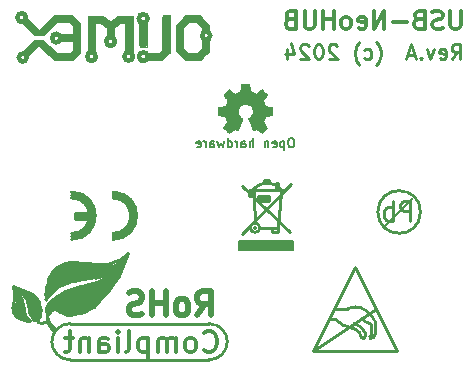
<source format=gbr>
%TF.GenerationSoftware,KiCad,Pcbnew,7.0.9-7.0.9~ubuntu22.04.1*%
%TF.CreationDate,2024-01-26T14:57:20+02:00*%
%TF.ProjectId,USB-NeoHUB_Rev_A,5553422d-4e65-46f4-9855-425f5265765f,A*%
%TF.SameCoordinates,PX5cfbb60PY69925e0*%
%TF.FileFunction,Legend,Bot*%
%TF.FilePolarity,Positive*%
%FSLAX46Y46*%
G04 Gerber Fmt 4.6, Leading zero omitted, Abs format (unit mm)*
G04 Created by KiCad (PCBNEW 7.0.9-7.0.9~ubuntu22.04.1) date 2024-01-26 14:57:20*
%MOMM*%
%LPD*%
G01*
G04 APERTURE LIST*
%ADD10C,0.254000*%
%ADD11C,0.317500*%
%ADD12C,0.350000*%
%ADD13C,0.500000*%
%ADD14C,0.190500*%
%ADD15C,0.508000*%
%ADD16C,0.150000*%
%ADD17C,0.127000*%
%ADD18C,0.010000*%
%ADD19C,0.700000*%
%ADD20C,0.100000*%
%ADD21C,0.400000*%
%ADD22C,0.300000*%
%ADD23C,0.200000*%
G04 APERTURE END LIST*
D10*
X34255656Y26310823D02*
X34316133Y26371299D01*
X34316133Y26371299D02*
X34437085Y26552728D01*
X34437085Y26552728D02*
X34497561Y26673680D01*
X34497561Y26673680D02*
X34558037Y26855108D01*
X34558037Y26855108D02*
X34618514Y27157489D01*
X34618514Y27157489D02*
X34618514Y27399394D01*
X34618514Y27399394D02*
X34558037Y27701775D01*
X34558037Y27701775D02*
X34497561Y27883204D01*
X34497561Y27883204D02*
X34437085Y28004156D01*
X34437085Y28004156D02*
X34316133Y28185585D01*
X34316133Y28185585D02*
X34255656Y28246061D01*
X33227561Y26855108D02*
X33348513Y26794632D01*
X33348513Y26794632D02*
X33590418Y26794632D01*
X33590418Y26794632D02*
X33711370Y26855108D01*
X33711370Y26855108D02*
X33771847Y26915585D01*
X33771847Y26915585D02*
X33832323Y27036537D01*
X33832323Y27036537D02*
X33832323Y27399394D01*
X33832323Y27399394D02*
X33771847Y27520347D01*
X33771847Y27520347D02*
X33711370Y27580823D01*
X33711370Y27580823D02*
X33590418Y27641299D01*
X33590418Y27641299D02*
X33348513Y27641299D01*
X33348513Y27641299D02*
X33227561Y27580823D01*
X32804228Y26310823D02*
X32743752Y26371299D01*
X32743752Y26371299D02*
X32622799Y26552728D01*
X32622799Y26552728D02*
X32562323Y26673680D01*
X32562323Y26673680D02*
X32501847Y26855108D01*
X32501847Y26855108D02*
X32441371Y27157489D01*
X32441371Y27157489D02*
X32441371Y27399394D01*
X32441371Y27399394D02*
X32501847Y27701775D01*
X32501847Y27701775D02*
X32562323Y27883204D01*
X32562323Y27883204D02*
X32622799Y28004156D01*
X32622799Y28004156D02*
X32743752Y28185585D01*
X32743752Y28185585D02*
X32804228Y28246061D01*
X30929466Y27943680D02*
X30868990Y28004156D01*
X30868990Y28004156D02*
X30748037Y28064632D01*
X30748037Y28064632D02*
X30445656Y28064632D01*
X30445656Y28064632D02*
X30324704Y28004156D01*
X30324704Y28004156D02*
X30264228Y27943680D01*
X30264228Y27943680D02*
X30203751Y27822728D01*
X30203751Y27822728D02*
X30203751Y27701775D01*
X30203751Y27701775D02*
X30264228Y27520347D01*
X30264228Y27520347D02*
X30989942Y26794632D01*
X30989942Y26794632D02*
X30203751Y26794632D01*
X29417561Y28064632D02*
X29296608Y28064632D01*
X29296608Y28064632D02*
X29175656Y28004156D01*
X29175656Y28004156D02*
X29115180Y27943680D01*
X29115180Y27943680D02*
X29054704Y27822728D01*
X29054704Y27822728D02*
X28994227Y27580823D01*
X28994227Y27580823D02*
X28994227Y27278442D01*
X28994227Y27278442D02*
X29054704Y27036537D01*
X29054704Y27036537D02*
X29115180Y26915585D01*
X29115180Y26915585D02*
X29175656Y26855108D01*
X29175656Y26855108D02*
X29296608Y26794632D01*
X29296608Y26794632D02*
X29417561Y26794632D01*
X29417561Y26794632D02*
X29538513Y26855108D01*
X29538513Y26855108D02*
X29598989Y26915585D01*
X29598989Y26915585D02*
X29659466Y27036537D01*
X29659466Y27036537D02*
X29719942Y27278442D01*
X29719942Y27278442D02*
X29719942Y27580823D01*
X29719942Y27580823D02*
X29659466Y27822728D01*
X29659466Y27822728D02*
X29598989Y27943680D01*
X29598989Y27943680D02*
X29538513Y28004156D01*
X29538513Y28004156D02*
X29417561Y28064632D01*
X28510418Y27943680D02*
X28449942Y28004156D01*
X28449942Y28004156D02*
X28328989Y28064632D01*
X28328989Y28064632D02*
X28026608Y28064632D01*
X28026608Y28064632D02*
X27905656Y28004156D01*
X27905656Y28004156D02*
X27845180Y27943680D01*
X27845180Y27943680D02*
X27784703Y27822728D01*
X27784703Y27822728D02*
X27784703Y27701775D01*
X27784703Y27701775D02*
X27845180Y27520347D01*
X27845180Y27520347D02*
X28570894Y26794632D01*
X28570894Y26794632D02*
X27784703Y26794632D01*
X26696132Y27641299D02*
X26696132Y26794632D01*
X26998513Y28125108D02*
X27300894Y27217966D01*
X27300894Y27217966D02*
X26514703Y27217966D01*
X40623799Y26794632D02*
X41047133Y27399394D01*
X41349514Y26794632D02*
X41349514Y28064632D01*
X41349514Y28064632D02*
X40865704Y28064632D01*
X40865704Y28064632D02*
X40744752Y28004156D01*
X40744752Y28004156D02*
X40684275Y27943680D01*
X40684275Y27943680D02*
X40623799Y27822728D01*
X40623799Y27822728D02*
X40623799Y27641299D01*
X40623799Y27641299D02*
X40684275Y27520347D01*
X40684275Y27520347D02*
X40744752Y27459870D01*
X40744752Y27459870D02*
X40865704Y27399394D01*
X40865704Y27399394D02*
X41349514Y27399394D01*
X39595704Y26855108D02*
X39716656Y26794632D01*
X39716656Y26794632D02*
X39958561Y26794632D01*
X39958561Y26794632D02*
X40079514Y26855108D01*
X40079514Y26855108D02*
X40139990Y26976061D01*
X40139990Y26976061D02*
X40139990Y27459870D01*
X40139990Y27459870D02*
X40079514Y27580823D01*
X40079514Y27580823D02*
X39958561Y27641299D01*
X39958561Y27641299D02*
X39716656Y27641299D01*
X39716656Y27641299D02*
X39595704Y27580823D01*
X39595704Y27580823D02*
X39535228Y27459870D01*
X39535228Y27459870D02*
X39535228Y27338918D01*
X39535228Y27338918D02*
X40139990Y27217966D01*
X39111895Y27641299D02*
X38809514Y26794632D01*
X38809514Y26794632D02*
X38507133Y27641299D01*
X38023324Y26915585D02*
X37962847Y26855108D01*
X37962847Y26855108D02*
X38023324Y26794632D01*
X38023324Y26794632D02*
X38083800Y26855108D01*
X38083800Y26855108D02*
X38023324Y26915585D01*
X38023324Y26915585D02*
X38023324Y26794632D01*
X37479038Y27157489D02*
X36874276Y27157489D01*
X37599990Y26794632D02*
X37176657Y28064632D01*
X37176657Y28064632D02*
X36753323Y26794632D01*
D11*
X41374261Y30893019D02*
X41374261Y29659305D01*
X41374261Y29659305D02*
X41301690Y29514162D01*
X41301690Y29514162D02*
X41229119Y29441590D01*
X41229119Y29441590D02*
X41083976Y29369019D01*
X41083976Y29369019D02*
X40793690Y29369019D01*
X40793690Y29369019D02*
X40648547Y29441590D01*
X40648547Y29441590D02*
X40575976Y29514162D01*
X40575976Y29514162D02*
X40503404Y29659305D01*
X40503404Y29659305D02*
X40503404Y30893019D01*
X39850262Y29441590D02*
X39632548Y29369019D01*
X39632548Y29369019D02*
X39269690Y29369019D01*
X39269690Y29369019D02*
X39124548Y29441590D01*
X39124548Y29441590D02*
X39051976Y29514162D01*
X39051976Y29514162D02*
X38979405Y29659305D01*
X38979405Y29659305D02*
X38979405Y29804448D01*
X38979405Y29804448D02*
X39051976Y29949590D01*
X39051976Y29949590D02*
X39124548Y30022162D01*
X39124548Y30022162D02*
X39269690Y30094733D01*
X39269690Y30094733D02*
X39559976Y30167305D01*
X39559976Y30167305D02*
X39705119Y30239876D01*
X39705119Y30239876D02*
X39777690Y30312448D01*
X39777690Y30312448D02*
X39850262Y30457590D01*
X39850262Y30457590D02*
X39850262Y30602733D01*
X39850262Y30602733D02*
X39777690Y30747876D01*
X39777690Y30747876D02*
X39705119Y30820448D01*
X39705119Y30820448D02*
X39559976Y30893019D01*
X39559976Y30893019D02*
X39197119Y30893019D01*
X39197119Y30893019D02*
X38979405Y30820448D01*
X37818261Y30167305D02*
X37600547Y30094733D01*
X37600547Y30094733D02*
X37527976Y30022162D01*
X37527976Y30022162D02*
X37455404Y29877019D01*
X37455404Y29877019D02*
X37455404Y29659305D01*
X37455404Y29659305D02*
X37527976Y29514162D01*
X37527976Y29514162D02*
X37600547Y29441590D01*
X37600547Y29441590D02*
X37745690Y29369019D01*
X37745690Y29369019D02*
X38326261Y29369019D01*
X38326261Y29369019D02*
X38326261Y30893019D01*
X38326261Y30893019D02*
X37818261Y30893019D01*
X37818261Y30893019D02*
X37673119Y30820448D01*
X37673119Y30820448D02*
X37600547Y30747876D01*
X37600547Y30747876D02*
X37527976Y30602733D01*
X37527976Y30602733D02*
X37527976Y30457590D01*
X37527976Y30457590D02*
X37600547Y30312448D01*
X37600547Y30312448D02*
X37673119Y30239876D01*
X37673119Y30239876D02*
X37818261Y30167305D01*
X37818261Y30167305D02*
X38326261Y30167305D01*
X36802261Y29949590D02*
X35641119Y29949590D01*
X34915404Y29369019D02*
X34915404Y30893019D01*
X34915404Y30893019D02*
X34044547Y29369019D01*
X34044547Y29369019D02*
X34044547Y30893019D01*
X32738262Y29441590D02*
X32883405Y29369019D01*
X32883405Y29369019D02*
X33173691Y29369019D01*
X33173691Y29369019D02*
X33318833Y29441590D01*
X33318833Y29441590D02*
X33391405Y29586733D01*
X33391405Y29586733D02*
X33391405Y30167305D01*
X33391405Y30167305D02*
X33318833Y30312448D01*
X33318833Y30312448D02*
X33173691Y30385019D01*
X33173691Y30385019D02*
X32883405Y30385019D01*
X32883405Y30385019D02*
X32738262Y30312448D01*
X32738262Y30312448D02*
X32665691Y30167305D01*
X32665691Y30167305D02*
X32665691Y30022162D01*
X32665691Y30022162D02*
X33391405Y29877019D01*
X31794833Y29369019D02*
X31939976Y29441590D01*
X31939976Y29441590D02*
X32012547Y29514162D01*
X32012547Y29514162D02*
X32085119Y29659305D01*
X32085119Y29659305D02*
X32085119Y30094733D01*
X32085119Y30094733D02*
X32012547Y30239876D01*
X32012547Y30239876D02*
X31939976Y30312448D01*
X31939976Y30312448D02*
X31794833Y30385019D01*
X31794833Y30385019D02*
X31577119Y30385019D01*
X31577119Y30385019D02*
X31431976Y30312448D01*
X31431976Y30312448D02*
X31359405Y30239876D01*
X31359405Y30239876D02*
X31286833Y30094733D01*
X31286833Y30094733D02*
X31286833Y29659305D01*
X31286833Y29659305D02*
X31359405Y29514162D01*
X31359405Y29514162D02*
X31431976Y29441590D01*
X31431976Y29441590D02*
X31577119Y29369019D01*
X31577119Y29369019D02*
X31794833Y29369019D01*
X30633690Y29369019D02*
X30633690Y30893019D01*
X30633690Y30167305D02*
X29762833Y30167305D01*
X29762833Y29369019D02*
X29762833Y30893019D01*
X29037119Y30893019D02*
X29037119Y29659305D01*
X29037119Y29659305D02*
X28964548Y29514162D01*
X28964548Y29514162D02*
X28891977Y29441590D01*
X28891977Y29441590D02*
X28746834Y29369019D01*
X28746834Y29369019D02*
X28456548Y29369019D01*
X28456548Y29369019D02*
X28311405Y29441590D01*
X28311405Y29441590D02*
X28238834Y29514162D01*
X28238834Y29514162D02*
X28166262Y29659305D01*
X28166262Y29659305D02*
X28166262Y30893019D01*
X26932548Y30167305D02*
X26714834Y30094733D01*
X26714834Y30094733D02*
X26642263Y30022162D01*
X26642263Y30022162D02*
X26569691Y29877019D01*
X26569691Y29877019D02*
X26569691Y29659305D01*
X26569691Y29659305D02*
X26642263Y29514162D01*
X26642263Y29514162D02*
X26714834Y29441590D01*
X26714834Y29441590D02*
X26859977Y29369019D01*
X26859977Y29369019D02*
X27440548Y29369019D01*
X27440548Y29369019D02*
X27440548Y30893019D01*
X27440548Y30893019D02*
X26932548Y30893019D01*
X26932548Y30893019D02*
X26787406Y30820448D01*
X26787406Y30820448D02*
X26714834Y30747876D01*
X26714834Y30747876D02*
X26642263Y30602733D01*
X26642263Y30602733D02*
X26642263Y30457590D01*
X26642263Y30457590D02*
X26714834Y30312448D01*
X26714834Y30312448D02*
X26787406Y30239876D01*
X26787406Y30239876D02*
X26932548Y30167305D01*
X26932548Y30167305D02*
X27440548Y30167305D01*
D12*
X19659193Y2191196D02*
X19743860Y2106529D01*
X19743860Y2106529D02*
X19997860Y2021863D01*
X19997860Y2021863D02*
X20167193Y2021863D01*
X20167193Y2021863D02*
X20421193Y2106529D01*
X20421193Y2106529D02*
X20590527Y2275863D01*
X20590527Y2275863D02*
X20675193Y2445196D01*
X20675193Y2445196D02*
X20759860Y2783863D01*
X20759860Y2783863D02*
X20759860Y3037863D01*
X20759860Y3037863D02*
X20675193Y3376529D01*
X20675193Y3376529D02*
X20590527Y3545863D01*
X20590527Y3545863D02*
X20421193Y3715196D01*
X20421193Y3715196D02*
X20167193Y3799863D01*
X20167193Y3799863D02*
X19997860Y3799863D01*
X19997860Y3799863D02*
X19743860Y3715196D01*
X19743860Y3715196D02*
X19659193Y3630529D01*
X18643193Y2021863D02*
X18812527Y2106529D01*
X18812527Y2106529D02*
X18897193Y2191196D01*
X18897193Y2191196D02*
X18981860Y2360529D01*
X18981860Y2360529D02*
X18981860Y2868529D01*
X18981860Y2868529D02*
X18897193Y3037863D01*
X18897193Y3037863D02*
X18812527Y3122529D01*
X18812527Y3122529D02*
X18643193Y3207196D01*
X18643193Y3207196D02*
X18389193Y3207196D01*
X18389193Y3207196D02*
X18219860Y3122529D01*
X18219860Y3122529D02*
X18135193Y3037863D01*
X18135193Y3037863D02*
X18050527Y2868529D01*
X18050527Y2868529D02*
X18050527Y2360529D01*
X18050527Y2360529D02*
X18135193Y2191196D01*
X18135193Y2191196D02*
X18219860Y2106529D01*
X18219860Y2106529D02*
X18389193Y2021863D01*
X18389193Y2021863D02*
X18643193Y2021863D01*
X17288526Y2021863D02*
X17288526Y3207196D01*
X17288526Y3037863D02*
X17203860Y3122529D01*
X17203860Y3122529D02*
X17034526Y3207196D01*
X17034526Y3207196D02*
X16780526Y3207196D01*
X16780526Y3207196D02*
X16611193Y3122529D01*
X16611193Y3122529D02*
X16526526Y2953196D01*
X16526526Y2953196D02*
X16526526Y2021863D01*
X16526526Y2953196D02*
X16441860Y3122529D01*
X16441860Y3122529D02*
X16272526Y3207196D01*
X16272526Y3207196D02*
X16018526Y3207196D01*
X16018526Y3207196D02*
X15849193Y3122529D01*
X15849193Y3122529D02*
X15764526Y2953196D01*
X15764526Y2953196D02*
X15764526Y2021863D01*
X14917859Y3207196D02*
X14917859Y1429196D01*
X14917859Y3122529D02*
X14748526Y3207196D01*
X14748526Y3207196D02*
X14409859Y3207196D01*
X14409859Y3207196D02*
X14240526Y3122529D01*
X14240526Y3122529D02*
X14155859Y3037863D01*
X14155859Y3037863D02*
X14071193Y2868529D01*
X14071193Y2868529D02*
X14071193Y2360529D01*
X14071193Y2360529D02*
X14155859Y2191196D01*
X14155859Y2191196D02*
X14240526Y2106529D01*
X14240526Y2106529D02*
X14409859Y2021863D01*
X14409859Y2021863D02*
X14748526Y2021863D01*
X14748526Y2021863D02*
X14917859Y2106529D01*
X13055192Y2021863D02*
X13224526Y2106529D01*
X13224526Y2106529D02*
X13309192Y2275863D01*
X13309192Y2275863D02*
X13309192Y3799863D01*
X12377859Y2021863D02*
X12377859Y3207196D01*
X12377859Y3799863D02*
X12462526Y3715196D01*
X12462526Y3715196D02*
X12377859Y3630529D01*
X12377859Y3630529D02*
X12293193Y3715196D01*
X12293193Y3715196D02*
X12377859Y3799863D01*
X12377859Y3799863D02*
X12377859Y3630529D01*
X10769192Y2021863D02*
X10769192Y2953196D01*
X10769192Y2953196D02*
X10853859Y3122529D01*
X10853859Y3122529D02*
X11023192Y3207196D01*
X11023192Y3207196D02*
X11361859Y3207196D01*
X11361859Y3207196D02*
X11531192Y3122529D01*
X10769192Y2106529D02*
X10938526Y2021863D01*
X10938526Y2021863D02*
X11361859Y2021863D01*
X11361859Y2021863D02*
X11531192Y2106529D01*
X11531192Y2106529D02*
X11615859Y2275863D01*
X11615859Y2275863D02*
X11615859Y2445196D01*
X11615859Y2445196D02*
X11531192Y2614529D01*
X11531192Y2614529D02*
X11361859Y2699196D01*
X11361859Y2699196D02*
X10938526Y2699196D01*
X10938526Y2699196D02*
X10769192Y2783863D01*
X9922525Y3207196D02*
X9922525Y2021863D01*
X9922525Y3037863D02*
X9837859Y3122529D01*
X9837859Y3122529D02*
X9668525Y3207196D01*
X9668525Y3207196D02*
X9414525Y3207196D01*
X9414525Y3207196D02*
X9245192Y3122529D01*
X9245192Y3122529D02*
X9160525Y2953196D01*
X9160525Y2953196D02*
X9160525Y2021863D01*
X8567858Y3207196D02*
X7890525Y3207196D01*
X8313858Y3799863D02*
X8313858Y2275863D01*
X8313858Y2275863D02*
X8229192Y2106529D01*
X8229192Y2106529D02*
X8059858Y2021863D01*
X8059858Y2021863D02*
X7890525Y2021863D01*
D13*
X19080634Y5132442D02*
X19747301Y6084823D01*
X20223491Y5132442D02*
X20223491Y7132442D01*
X20223491Y7132442D02*
X19461586Y7132442D01*
X19461586Y7132442D02*
X19271110Y7037204D01*
X19271110Y7037204D02*
X19175872Y6941966D01*
X19175872Y6941966D02*
X19080634Y6751490D01*
X19080634Y6751490D02*
X19080634Y6465776D01*
X19080634Y6465776D02*
X19175872Y6275300D01*
X19175872Y6275300D02*
X19271110Y6180061D01*
X19271110Y6180061D02*
X19461586Y6084823D01*
X19461586Y6084823D02*
X20223491Y6084823D01*
X17937777Y5132442D02*
X18128253Y5227680D01*
X18128253Y5227680D02*
X18223491Y5322919D01*
X18223491Y5322919D02*
X18318729Y5513395D01*
X18318729Y5513395D02*
X18318729Y6084823D01*
X18318729Y6084823D02*
X18223491Y6275300D01*
X18223491Y6275300D02*
X18128253Y6370538D01*
X18128253Y6370538D02*
X17937777Y6465776D01*
X17937777Y6465776D02*
X17652062Y6465776D01*
X17652062Y6465776D02*
X17461586Y6370538D01*
X17461586Y6370538D02*
X17366348Y6275300D01*
X17366348Y6275300D02*
X17271110Y6084823D01*
X17271110Y6084823D02*
X17271110Y5513395D01*
X17271110Y5513395D02*
X17366348Y5322919D01*
X17366348Y5322919D02*
X17461586Y5227680D01*
X17461586Y5227680D02*
X17652062Y5132442D01*
X17652062Y5132442D02*
X17937777Y5132442D01*
X16413967Y5132442D02*
X16413967Y7132442D01*
X16413967Y6180061D02*
X15271110Y6180061D01*
X15271110Y5132442D02*
X15271110Y7132442D01*
X14413967Y5227680D02*
X14128253Y5132442D01*
X14128253Y5132442D02*
X13652062Y5132442D01*
X13652062Y5132442D02*
X13461586Y5227680D01*
X13461586Y5227680D02*
X13366348Y5322919D01*
X13366348Y5322919D02*
X13271110Y5513395D01*
X13271110Y5513395D02*
X13271110Y5703871D01*
X13271110Y5703871D02*
X13366348Y5894347D01*
X13366348Y5894347D02*
X13461586Y5989585D01*
X13461586Y5989585D02*
X13652062Y6084823D01*
X13652062Y6084823D02*
X14033015Y6180061D01*
X14033015Y6180061D02*
X14223491Y6275300D01*
X14223491Y6275300D02*
X14318729Y6370538D01*
X14318729Y6370538D02*
X14413967Y6561014D01*
X14413967Y6561014D02*
X14413967Y6751490D01*
X14413967Y6751490D02*
X14318729Y6941966D01*
X14318729Y6941966D02*
X14223491Y7037204D01*
X14223491Y7037204D02*
X14033015Y7132442D01*
X14033015Y7132442D02*
X13556824Y7132442D01*
X13556824Y7132442D02*
X13271110Y7037204D01*
D14*
X27105143Y20096391D02*
X26960000Y20096391D01*
X26960000Y20096391D02*
X26887429Y20060105D01*
X26887429Y20060105D02*
X26814857Y19987534D01*
X26814857Y19987534D02*
X26778572Y19842391D01*
X26778572Y19842391D02*
X26778572Y19588391D01*
X26778572Y19588391D02*
X26814857Y19443248D01*
X26814857Y19443248D02*
X26887429Y19370676D01*
X26887429Y19370676D02*
X26960000Y19334391D01*
X26960000Y19334391D02*
X27105143Y19334391D01*
X27105143Y19334391D02*
X27177715Y19370676D01*
X27177715Y19370676D02*
X27250286Y19443248D01*
X27250286Y19443248D02*
X27286572Y19588391D01*
X27286572Y19588391D02*
X27286572Y19842391D01*
X27286572Y19842391D02*
X27250286Y19987534D01*
X27250286Y19987534D02*
X27177715Y20060105D01*
X27177715Y20060105D02*
X27105143Y20096391D01*
X26452000Y19842391D02*
X26452000Y19080391D01*
X26452000Y19806105D02*
X26379429Y19842391D01*
X26379429Y19842391D02*
X26234286Y19842391D01*
X26234286Y19842391D02*
X26161714Y19806105D01*
X26161714Y19806105D02*
X26125429Y19769819D01*
X26125429Y19769819D02*
X26089143Y19697248D01*
X26089143Y19697248D02*
X26089143Y19479534D01*
X26089143Y19479534D02*
X26125429Y19406962D01*
X26125429Y19406962D02*
X26161714Y19370676D01*
X26161714Y19370676D02*
X26234286Y19334391D01*
X26234286Y19334391D02*
X26379429Y19334391D01*
X26379429Y19334391D02*
X26452000Y19370676D01*
X25472285Y19370676D02*
X25544857Y19334391D01*
X25544857Y19334391D02*
X25690000Y19334391D01*
X25690000Y19334391D02*
X25762571Y19370676D01*
X25762571Y19370676D02*
X25798857Y19443248D01*
X25798857Y19443248D02*
X25798857Y19733534D01*
X25798857Y19733534D02*
X25762571Y19806105D01*
X25762571Y19806105D02*
X25690000Y19842391D01*
X25690000Y19842391D02*
X25544857Y19842391D01*
X25544857Y19842391D02*
X25472285Y19806105D01*
X25472285Y19806105D02*
X25436000Y19733534D01*
X25436000Y19733534D02*
X25436000Y19660962D01*
X25436000Y19660962D02*
X25798857Y19588391D01*
X25109428Y19842391D02*
X25109428Y19334391D01*
X25109428Y19769819D02*
X25073142Y19806105D01*
X25073142Y19806105D02*
X25000571Y19842391D01*
X25000571Y19842391D02*
X24891714Y19842391D01*
X24891714Y19842391D02*
X24819142Y19806105D01*
X24819142Y19806105D02*
X24782857Y19733534D01*
X24782857Y19733534D02*
X24782857Y19334391D01*
X23839428Y19334391D02*
X23839428Y20096391D01*
X23512857Y19334391D02*
X23512857Y19733534D01*
X23512857Y19733534D02*
X23549142Y19806105D01*
X23549142Y19806105D02*
X23621714Y19842391D01*
X23621714Y19842391D02*
X23730571Y19842391D01*
X23730571Y19842391D02*
X23803142Y19806105D01*
X23803142Y19806105D02*
X23839428Y19769819D01*
X22823428Y19334391D02*
X22823428Y19733534D01*
X22823428Y19733534D02*
X22859713Y19806105D01*
X22859713Y19806105D02*
X22932285Y19842391D01*
X22932285Y19842391D02*
X23077428Y19842391D01*
X23077428Y19842391D02*
X23149999Y19806105D01*
X22823428Y19370676D02*
X22895999Y19334391D01*
X22895999Y19334391D02*
X23077428Y19334391D01*
X23077428Y19334391D02*
X23149999Y19370676D01*
X23149999Y19370676D02*
X23186285Y19443248D01*
X23186285Y19443248D02*
X23186285Y19515819D01*
X23186285Y19515819D02*
X23149999Y19588391D01*
X23149999Y19588391D02*
X23077428Y19624676D01*
X23077428Y19624676D02*
X22895999Y19624676D01*
X22895999Y19624676D02*
X22823428Y19660962D01*
X22460570Y19334391D02*
X22460570Y19842391D01*
X22460570Y19697248D02*
X22424284Y19769819D01*
X22424284Y19769819D02*
X22387999Y19806105D01*
X22387999Y19806105D02*
X22315427Y19842391D01*
X22315427Y19842391D02*
X22242856Y19842391D01*
X21662285Y19334391D02*
X21662285Y20096391D01*
X21662285Y19370676D02*
X21734856Y19334391D01*
X21734856Y19334391D02*
X21879999Y19334391D01*
X21879999Y19334391D02*
X21952570Y19370676D01*
X21952570Y19370676D02*
X21988856Y19406962D01*
X21988856Y19406962D02*
X22025142Y19479534D01*
X22025142Y19479534D02*
X22025142Y19697248D01*
X22025142Y19697248D02*
X21988856Y19769819D01*
X21988856Y19769819D02*
X21952570Y19806105D01*
X21952570Y19806105D02*
X21879999Y19842391D01*
X21879999Y19842391D02*
X21734856Y19842391D01*
X21734856Y19842391D02*
X21662285Y19806105D01*
X21371998Y19842391D02*
X21226856Y19334391D01*
X21226856Y19334391D02*
X21081713Y19697248D01*
X21081713Y19697248D02*
X20936570Y19334391D01*
X20936570Y19334391D02*
X20791427Y19842391D01*
X20174570Y19334391D02*
X20174570Y19733534D01*
X20174570Y19733534D02*
X20210855Y19806105D01*
X20210855Y19806105D02*
X20283427Y19842391D01*
X20283427Y19842391D02*
X20428570Y19842391D01*
X20428570Y19842391D02*
X20501141Y19806105D01*
X20174570Y19370676D02*
X20247141Y19334391D01*
X20247141Y19334391D02*
X20428570Y19334391D01*
X20428570Y19334391D02*
X20501141Y19370676D01*
X20501141Y19370676D02*
X20537427Y19443248D01*
X20537427Y19443248D02*
X20537427Y19515819D01*
X20537427Y19515819D02*
X20501141Y19588391D01*
X20501141Y19588391D02*
X20428570Y19624676D01*
X20428570Y19624676D02*
X20247141Y19624676D01*
X20247141Y19624676D02*
X20174570Y19660962D01*
X19811712Y19334391D02*
X19811712Y19842391D01*
X19811712Y19697248D02*
X19775426Y19769819D01*
X19775426Y19769819D02*
X19739141Y19806105D01*
X19739141Y19806105D02*
X19666569Y19842391D01*
X19666569Y19842391D02*
X19593998Y19842391D01*
X19049712Y19370676D02*
X19122284Y19334391D01*
X19122284Y19334391D02*
X19267427Y19334391D01*
X19267427Y19334391D02*
X19339998Y19370676D01*
X19339998Y19370676D02*
X19376284Y19443248D01*
X19376284Y19443248D02*
X19376284Y19733534D01*
X19376284Y19733534D02*
X19339998Y19806105D01*
X19339998Y19806105D02*
X19267427Y19842391D01*
X19267427Y19842391D02*
X19122284Y19842391D01*
X19122284Y19842391D02*
X19049712Y19806105D01*
X19049712Y19806105D02*
X19013427Y19733534D01*
X19013427Y19733534D02*
X19013427Y19660962D01*
X19013427Y19660962D02*
X19376284Y19588391D01*
D10*
X37134788Y13107035D02*
X37134788Y14807035D01*
X37134788Y14807035D02*
X36563359Y14807035D01*
X36563359Y14807035D02*
X36420502Y14726083D01*
X36420502Y14726083D02*
X36349073Y14645130D01*
X36349073Y14645130D02*
X36277645Y14483226D01*
X36277645Y14483226D02*
X36277645Y14240368D01*
X36277645Y14240368D02*
X36349073Y14078464D01*
X36349073Y14078464D02*
X36420502Y13997511D01*
X36420502Y13997511D02*
X36563359Y13916559D01*
X36563359Y13916559D02*
X37134788Y13916559D01*
X35634788Y13107035D02*
X35634788Y14807035D01*
X35634788Y14159416D02*
X35491931Y14240368D01*
X35491931Y14240368D02*
X35206216Y14240368D01*
X35206216Y14240368D02*
X35063359Y14159416D01*
X35063359Y14159416D02*
X34991931Y14078464D01*
X34991931Y14078464D02*
X34920502Y13916559D01*
X34920502Y13916559D02*
X34920502Y13430845D01*
X34920502Y13430845D02*
X34991931Y13268940D01*
X34991931Y13268940D02*
X35063359Y13187987D01*
X35063359Y13187987D02*
X35206216Y13107035D01*
X35206216Y13107035D02*
X35491931Y13107035D01*
X35491931Y13107035D02*
X35634788Y13187987D01*
X3464978Y5731960D02*
G75*
G03*
X3778947Y4974027I1071922J40D01*
G01*
X3536103Y6100267D02*
G75*
G03*
X3465283Y5731513I922097J-368267D01*
G01*
X3536110Y6100264D02*
G75*
G03*
X3600148Y7034864I-1414810J566436D01*
G01*
X3802832Y4952194D02*
G75*
G03*
X4382497Y4678547I784868J911806D01*
G01*
X4384480Y4677862D02*
G75*
G03*
X4583927Y4653697I198120J800038D01*
G01*
X4404797Y5803080D02*
G75*
G03*
X4050794Y6793934I-1762767J-71120D01*
G01*
X4430195Y5455099D02*
G75*
G03*
X4932340Y4659387I1211605J208301D01*
G01*
X4811200Y5848800D02*
G75*
G03*
X5221340Y4751954I1529080J-53340D01*
G01*
X4811199Y5856420D02*
G75*
G03*
X4304020Y6887819I-1498599J-96520D01*
G01*
X5194712Y4779432D02*
G75*
G03*
X5498788Y4653209I304788J304868D01*
G01*
X5497011Y4781989D02*
G75*
G03*
X5750555Y5392629I-612111J612111D01*
G01*
X5624009Y6369505D02*
G75*
G03*
X4902000Y7013489I-1323309J-756905D01*
G01*
X5631606Y4520366D02*
G75*
G03*
X5923720Y4399388I292094J292134D01*
G01*
X5794180Y5074100D02*
G75*
G03*
X5879874Y5518099I-1109980J444500D01*
G01*
X5877999Y5518600D02*
G75*
G03*
X5677793Y6273679I-1523999J0D01*
G01*
X5923720Y4400998D02*
G75*
G03*
X6281134Y4549046I-20J505502D01*
G01*
X6319965Y7492179D02*
G75*
G03*
X6259760Y6814757I2989535J-607079D01*
G01*
X6385981Y4990280D02*
G75*
G03*
X6891979Y3765721I1734819J20D01*
G01*
X6385965Y5036000D02*
G75*
G03*
X6654257Y4383289I922035J-2500D01*
G01*
X6386000Y5163000D02*
G75*
G03*
X6833549Y4077441I1534160J-2540D01*
G01*
X6505380Y6100260D02*
G75*
G03*
X6385154Y5162931I642620J-558800D01*
G01*
X6767000Y2877000D02*
G75*
G03*
X8291000Y1353000I1524000J0D01*
G01*
X7320713Y7507430D02*
G75*
G03*
X6265642Y6437234I2776287J-3792230D01*
G01*
X7381680Y5437320D02*
G75*
G03*
X6662860Y5439860I-360680J-358120D01*
G01*
X7435012Y5383972D02*
G75*
G03*
X7973500Y5160934I538488J538528D01*
G01*
X8291000Y4401000D02*
G75*
G03*
X6767000Y2877000I0J-1524000D01*
G01*
X8489119Y5162986D02*
G75*
G03*
X10354933Y5828988I126981J2590814D01*
G01*
X8517060Y9608000D02*
G75*
G03*
X6466736Y8095415I93980J-2273300D01*
G01*
X8595801Y8015414D02*
G75*
G03*
X7332130Y7515066I871199J-4046214D01*
G01*
X9113959Y8089088D02*
G75*
G03*
X10456379Y8304814I-469859J7208512D01*
G01*
X9230802Y7558210D02*
G75*
G03*
X6676474Y6288843I1099798J-5417810D01*
G01*
X9540679Y7619191D02*
G75*
G03*
X11567541Y8369222I-604479J4747209D01*
G01*
X10394132Y5866566D02*
G75*
G03*
X12375464Y8248553I-6362732J7307534D01*
G01*
X10665900Y9412419D02*
G75*
G03*
X12380952Y9752479I447040J2240271D01*
G01*
X20102000Y1353000D02*
G75*
G03*
X21626000Y2877000I0J1524000D01*
G01*
X21626000Y2877000D02*
G75*
G03*
X20102000Y4401000I-1523999J1D01*
G01*
X3465000Y7576000D02*
X3599620Y7037520D01*
X3719000Y6941000D02*
X3846000Y6941000D01*
X3779960Y4975040D02*
X3802820Y4952180D01*
X3846000Y6941000D02*
X3846000Y6433000D01*
X3846000Y6941000D02*
X3973000Y6941000D01*
X3973000Y6941000D02*
X3973000Y6433000D01*
X3973000Y6941000D02*
X4862000Y6941000D01*
X4100000Y7322000D02*
X3592000Y7322000D01*
X4227000Y6306000D02*
X3719000Y6306000D01*
X4227000Y6433000D02*
X3719000Y6433000D01*
X4227000Y7195000D02*
X3592000Y7195000D01*
X4354000Y5417000D02*
X3592000Y5417000D01*
X4354000Y5544000D02*
X3592000Y5544000D01*
X4354000Y5671000D02*
X3592000Y5671000D01*
X4354000Y5798000D02*
X3592000Y5798000D01*
X4354000Y5925000D02*
X3592000Y5925000D01*
X4354000Y6052000D02*
X3592000Y6052000D01*
X4354000Y6179000D02*
X3719000Y6179000D01*
X4404800Y5846260D02*
X4430200Y5455100D01*
X4430200Y5290000D02*
X3592000Y5290000D01*
X4481000Y5036000D02*
X3846000Y5036000D01*
X4481000Y5163000D02*
X3719000Y5163000D01*
X4481000Y6814000D02*
X4989000Y6814000D01*
X4481000Y7068000D02*
X3719000Y7068000D01*
X4481000Y7195000D02*
X3465000Y7576000D01*
X4582600Y4655000D02*
X4938200Y4655000D01*
X4608000Y4909000D02*
X3973000Y4909000D01*
X4608000Y6560000D02*
X5370000Y6560000D01*
X4608000Y6687000D02*
X5243000Y6687000D01*
X4735000Y4782000D02*
X4227000Y4782000D01*
X4735000Y6306000D02*
X5624000Y6306000D01*
X4735000Y6433000D02*
X5497000Y6433000D01*
X4811200Y5848800D02*
X4811200Y5856420D01*
X4862000Y5671000D02*
X5370000Y4782000D01*
X4862000Y5798000D02*
X5751000Y5798000D01*
X4862000Y5925000D02*
X5751000Y5925000D01*
X4862000Y6052000D02*
X5624000Y6052000D01*
X4862000Y6179000D02*
X5624000Y6179000D01*
X4902640Y7014660D02*
X4481000Y7195000D01*
X5116000Y5671000D02*
X4862000Y5671000D01*
X5116000Y5671000D02*
X5116000Y5163000D01*
X5194740Y4779460D02*
X5222680Y4751520D01*
X5484300Y4655000D02*
X5497000Y4655000D01*
X5497000Y4655000D02*
X5794180Y5074100D01*
X5497000Y5671000D02*
X5116000Y5671000D01*
X5497000Y5671000D02*
X5497000Y5036000D01*
X5624000Y5036000D02*
X5116000Y5036000D01*
X5624000Y5036000D02*
X5624000Y4909000D01*
X5624000Y5163000D02*
X4989000Y5163000D01*
X5624000Y5163000D02*
X5624000Y5036000D01*
X5624000Y5544000D02*
X4989000Y5544000D01*
X5624000Y5544000D02*
X5624000Y5163000D01*
X5624000Y5671000D02*
X5497000Y5671000D01*
X5624000Y5671000D02*
X5624000Y5544000D01*
X5631620Y4520380D02*
X5497000Y4655000D01*
X5677340Y6275520D02*
X5624000Y6369500D01*
X5751000Y5290000D02*
X4989000Y5290000D01*
X5751000Y5394140D02*
X5751000Y5417000D01*
X5751000Y5417000D02*
X4989000Y5417000D01*
X5751000Y5417000D02*
X5751000Y5671000D01*
X5751000Y5671000D02*
X5624000Y5671000D01*
X6261540Y6433000D02*
X6264080Y6435540D01*
X6261540Y6814000D02*
X6261540Y6433000D01*
X6363140Y5208720D02*
X6386000Y5163000D01*
X6386000Y4655000D02*
X6281860Y4548320D01*
X6386000Y4990280D02*
X6386000Y5036000D01*
X6467280Y8091620D02*
X6319960Y7492180D01*
D15*
X6513000Y5544000D02*
X6767000Y6052000D01*
X6513000Y6941000D02*
X7021000Y7576000D01*
X6640000Y7957000D02*
X6513000Y6941000D01*
D10*
X6662860Y5437320D02*
X6386000Y5163000D01*
X6675560Y6288220D02*
X6505380Y6100260D01*
D15*
X6767000Y5798000D02*
X6513000Y5544000D01*
X6767000Y6052000D02*
X7275000Y6560000D01*
X6894000Y8465000D02*
X6640000Y7957000D01*
D10*
X7021000Y3766000D02*
X6513000Y4528000D01*
X7021000Y3893000D02*
X6835580Y4078420D01*
D15*
X7021000Y7576000D02*
X7656000Y7957000D01*
D10*
X7148000Y3893000D02*
X6657780Y4383220D01*
D15*
X7148000Y5925000D02*
X6767000Y5798000D01*
X7275000Y6560000D02*
X7960800Y6966400D01*
X7275000Y8338000D02*
X8926000Y8338000D01*
D10*
X7320720Y7507420D02*
X7328340Y7512500D01*
D15*
X7402000Y6179000D02*
X7529000Y5925000D01*
X7402000Y8465000D02*
X7021000Y7957000D01*
X7402000Y8465000D02*
X7402000Y8719000D01*
X7402000Y8719000D02*
X12355000Y8795200D01*
X7402000Y8973000D02*
X6894000Y8465000D01*
X7402000Y8973000D02*
X7402000Y8719000D01*
D10*
X7435020Y5383980D02*
X7381680Y5437320D01*
D15*
X7529000Y5925000D02*
X7783000Y5925000D01*
X7529000Y6306000D02*
X7402000Y6179000D01*
X7656000Y7957000D02*
X7402000Y8465000D01*
X7783000Y5925000D02*
X8164000Y5798000D01*
X7783000Y7957000D02*
X8418000Y8338000D01*
X7910000Y5417000D02*
X7148000Y5925000D01*
X7960800Y6966400D02*
X9357800Y7449000D01*
X8037000Y6179000D02*
X8164000Y6052000D01*
X8037000Y6306000D02*
X8037000Y6179000D01*
X8037000Y9354000D02*
X7402000Y8973000D01*
X8164000Y5798000D02*
X8799000Y5798000D01*
X8164000Y6052000D02*
X8545000Y6179000D01*
X8164000Y6814000D02*
X7529000Y6306000D01*
D10*
X8291000Y4401000D02*
X20102000Y4401000D01*
D15*
X8418000Y8338000D02*
X8926000Y8338000D01*
D10*
X8489120Y5163000D02*
X7973500Y5163000D01*
D15*
X8545000Y6179000D02*
X9815000Y6433000D01*
X8545000Y6560000D02*
X8037000Y6306000D01*
D10*
X8595800Y8015420D02*
X9113960Y8089080D01*
D15*
X8799000Y5417000D02*
X7910000Y5417000D01*
X8799000Y5798000D02*
X9180000Y5925000D01*
X8799000Y6560000D02*
X8545000Y6560000D01*
X8926000Y8338000D02*
X9053000Y8338000D01*
X9053000Y8338000D02*
X10196000Y8465000D01*
X9180000Y5925000D02*
X9688000Y6052000D01*
X9180000Y7068000D02*
X8164000Y6814000D01*
X9357800Y7449000D02*
X9967400Y7449000D01*
D10*
X9540680Y7619180D02*
X9230800Y7558220D01*
D15*
X9688000Y5671000D02*
X8799000Y5417000D01*
X9688000Y6052000D02*
X10323000Y6560000D01*
X9688000Y9354000D02*
X8037000Y9354000D01*
X9815000Y6814000D02*
X8799000Y6560000D01*
X9967400Y7449000D02*
X10704000Y7703000D01*
X10196000Y6052000D02*
X9688000Y5671000D01*
X10196000Y8465000D02*
X11466000Y8846000D01*
X10323000Y6560000D02*
X10450000Y6687000D01*
X10323000Y6814000D02*
X9815000Y6814000D01*
X10323000Y7195000D02*
X9180000Y7068000D01*
D10*
X10394120Y5866580D02*
X10358560Y5831020D01*
D15*
X10450000Y6687000D02*
X10323000Y6814000D01*
X10450000Y7195000D02*
X10323000Y7195000D01*
D10*
X10462700Y8304980D02*
X11849540Y8719000D01*
D15*
X10577000Y7068000D02*
X10450000Y7195000D01*
D10*
X10665900Y9412420D02*
X8517060Y9608000D01*
D15*
X10704000Y7703000D02*
X11466000Y8084000D01*
X10704000Y9224460D02*
X9688000Y9354000D01*
X11085000Y6941000D02*
X10196000Y6052000D01*
X11339000Y7322000D02*
X11085000Y6941000D01*
X11339000Y7703000D02*
X10577000Y7068000D01*
X11466000Y8846000D02*
X11974000Y8973000D01*
X11720000Y7830000D02*
X11339000Y7322000D01*
X11849540Y7957000D02*
X11849540Y8338000D01*
X11849540Y8338000D02*
X12228000Y9224460D01*
D10*
X11849540Y8719000D02*
X11567600Y8371020D01*
D15*
X11849540Y9224460D02*
X10704000Y9224460D01*
X11974000Y8973000D02*
X7402000Y8973000D01*
X12228000Y8465000D02*
X11849540Y7957000D01*
X12355000Y8973000D02*
X12228000Y8465000D01*
D10*
X12863000Y9862000D02*
X11849540Y9224460D01*
D15*
X12863000Y9862000D02*
X12355000Y8973000D01*
D10*
X13244000Y10370000D02*
X12377860Y8254180D01*
X13244000Y10370000D02*
X12382940Y9750240D01*
X20102000Y1353000D02*
X8291000Y1353000D01*
D16*
X27229500Y11434000D02*
X22657500Y11434000D01*
X27229500Y10672000D02*
X27229500Y11434000D01*
X27178700Y11281600D02*
X22708300Y11281600D01*
X27178700Y11230800D02*
X22759100Y11230800D01*
X27178700Y11078400D02*
X22708300Y11078400D01*
X27178700Y10773600D02*
X22759100Y10773600D01*
D10*
X27023500Y16210000D02*
X22832500Y12019000D01*
X26896500Y12146000D02*
X22832500Y16083000D01*
X26388500Y15702000D02*
X23467500Y15702000D01*
X25880500Y16337000D02*
X25753500Y16337000D01*
X25880500Y15829000D02*
X25880500Y16337000D01*
X25880500Y12527000D02*
X26134500Y15575000D01*
X25880500Y12527000D02*
X25880500Y12146000D01*
X25880500Y12527000D02*
X24483500Y12527000D01*
X25880500Y12146000D02*
X25372500Y12146000D01*
X25753500Y16337000D02*
X25753500Y15829000D01*
X25372500Y12146000D02*
X25372500Y12400000D01*
X25118500Y16591000D02*
X25118500Y16464000D01*
X25118500Y16464000D02*
X24737500Y16464000D01*
X25118500Y15194000D02*
X24229500Y15194000D01*
X25118500Y14813000D02*
X25118500Y15194000D01*
X24991500Y15067000D02*
X24356500Y15067000D01*
X24737500Y16591000D02*
X25118500Y16591000D01*
X24737500Y16464000D02*
X24737500Y16591000D01*
X24229500Y15194000D02*
X24229500Y14813000D01*
X24229500Y14813000D02*
X25118500Y14813000D01*
X23975500Y13035000D02*
X23848500Y15067000D01*
X23848500Y15702000D02*
X23848500Y15194000D01*
X23848500Y15194000D02*
X23467500Y15194000D01*
X23721500Y15702000D02*
X23594500Y15321000D01*
X23721500Y15575000D02*
X23721500Y15448000D01*
X23721500Y15575000D02*
X23721500Y15448000D01*
X23721500Y15575000D02*
X23594500Y15575000D01*
X23721500Y15194000D02*
X23721500Y15575000D01*
X23594500Y15575000D02*
X23594500Y15194000D01*
X23467500Y15194000D02*
X23467500Y15702000D01*
D16*
X22759100Y10875200D02*
X27127900Y10875200D01*
X22708300Y11383200D02*
X27127900Y11383200D01*
X22708300Y11129200D02*
X27127900Y11129200D01*
X22708300Y10976800D02*
X27127900Y10976800D01*
X22657500Y11434000D02*
X22657500Y10672000D01*
X22657500Y10672000D02*
X27229500Y10672000D01*
D10*
X26134500Y15829000D02*
G75*
G03*
X23848500Y15829000I-1143000J-1143000D01*
G01*
D17*
X24102500Y12527000D02*
G75*
G03*
X24102500Y12527000I-127000J0D01*
G01*
D10*
X24377109Y12527000D02*
G75*
G03*
X24377109Y12527000I-401609J0D01*
G01*
D18*
X23263933Y24684629D02*
X23339856Y24684135D01*
X23394491Y24682865D01*
X23431500Y24680453D01*
X23454547Y24676533D01*
X23467296Y24670738D01*
X23473411Y24662701D01*
X23476556Y24652057D01*
X23476646Y24651675D01*
X23481814Y24626653D01*
X23491209Y24578319D01*
X23503867Y24511740D01*
X23518825Y24431986D01*
X23535119Y24344125D01*
X23536448Y24336936D01*
X23552691Y24251660D01*
X23567805Y24176758D01*
X23580808Y24116781D01*
X23590715Y24076283D01*
X23596544Y24059816D01*
X23596575Y24059790D01*
X23614943Y24050680D01*
X23652640Y24035543D01*
X23701543Y24017642D01*
X23704297Y24016670D01*
X23766817Y23993041D01*
X23839543Y23963405D01*
X23907294Y23933938D01*
X24018703Y23883374D01*
X24265399Y24051840D01*
X24282775Y24063689D01*
X24357202Y24114053D01*
X24423614Y24158388D01*
X24478039Y24194084D01*
X24516506Y24218529D01*
X24535042Y24229111D01*
X24547743Y24226685D01*
X24576579Y24207890D01*
X24621143Y24170670D01*
X24682670Y24113980D01*
X24762398Y24036773D01*
X24769532Y24029745D01*
X24832796Y23966778D01*
X24888990Y23909732D01*
X24934677Y23862183D01*
X24966414Y23827703D01*
X24980764Y23809869D01*
X24980810Y23809783D01*
X24982633Y23796205D01*
X24975910Y23774180D01*
X24958946Y23740696D01*
X24930044Y23692739D01*
X24887508Y23627296D01*
X24829644Y23541355D01*
X24819783Y23526849D01*
X24769913Y23453365D01*
X24725905Y23388313D01*
X24690380Y23335583D01*
X24665959Y23299064D01*
X24655264Y23282644D01*
X24654458Y23279166D01*
X24659518Y23253215D01*
X24674677Y23210841D01*
X24697463Y23159272D01*
X24728429Y23091830D01*
X24763004Y23011805D01*
X24792366Y22939371D01*
X24799645Y22920623D01*
X24818710Y22872754D01*
X24832715Y22839404D01*
X24839041Y22826886D01*
X24846025Y22825950D01*
X24877413Y22820539D01*
X24928787Y22811194D01*
X24994802Y22798931D01*
X25070113Y22784768D01*
X25149375Y22769720D01*
X25227243Y22754805D01*
X25298370Y22741039D01*
X25357412Y22729438D01*
X25399022Y22721020D01*
X25417857Y22716801D01*
X25420980Y22715611D01*
X25428591Y22709195D01*
X25434254Y22695535D01*
X25438251Y22671001D01*
X25440866Y22631962D01*
X25442384Y22574787D01*
X25443086Y22495846D01*
X25443257Y22391508D01*
X25443257Y22074201D01*
X25367057Y22059161D01*
X25357840Y22057358D01*
X25308891Y22048020D01*
X25241205Y22035331D01*
X25162478Y22020727D01*
X25080400Y22005645D01*
X25048078Y21999578D01*
X24975855Y21984819D01*
X24915666Y21970863D01*
X24873040Y21959048D01*
X24853510Y21950713D01*
X24844660Y21937095D01*
X24828548Y21901062D01*
X24812065Y21854428D01*
X24806263Y21836966D01*
X24784906Y21779642D01*
X24757359Y21711799D01*
X24728107Y21644645D01*
X24712463Y21609570D01*
X24690174Y21557178D01*
X24674857Y21517942D01*
X24669162Y21498437D01*
X24669478Y21496964D01*
X24680281Y21476271D01*
X24704638Y21436335D01*
X24740081Y21381028D01*
X24784136Y21314219D01*
X24834332Y21239780D01*
X24999501Y20997377D01*
X24782503Y20780017D01*
X24761516Y20759101D01*
X24697342Y20696495D01*
X24639990Y20642505D01*
X24592820Y20600174D01*
X24559192Y20572543D01*
X24542467Y20562657D01*
X24524303Y20570179D01*
X24486265Y20591773D01*
X24432726Y20624849D01*
X24367884Y20666809D01*
X24295940Y20715057D01*
X24225275Y20762709D01*
X24161526Y20804672D01*
X24109513Y20837835D01*
X24073279Y20859622D01*
X24056867Y20867457D01*
X24055905Y20867386D01*
X24034103Y20859662D01*
X23995440Y20841677D01*
X23947612Y20816987D01*
X23947110Y20816716D01*
X23883587Y20784901D01*
X23840060Y20769358D01*
X23813052Y20769315D01*
X23799090Y20784000D01*
X23793180Y20798456D01*
X23777229Y20837169D01*
X23752660Y20896684D01*
X23720779Y20973835D01*
X23682893Y21065459D01*
X23640310Y21168393D01*
X23594337Y21279474D01*
X23552667Y21380528D01*
X23510268Y21484220D01*
X23472756Y21576881D01*
X23441388Y21655358D01*
X23417425Y21716500D01*
X23402123Y21757157D01*
X23396743Y21774175D01*
X23407018Y21789781D01*
X23435563Y21815838D01*
X23475971Y21846113D01*
X23572979Y21925316D01*
X23659793Y22026525D01*
X23723322Y22137884D01*
X23763177Y22256107D01*
X23778965Y22377905D01*
X23770296Y22499990D01*
X23736778Y22619075D01*
X23678021Y22731871D01*
X23593632Y22835089D01*
X23549631Y22875287D01*
X23444211Y22946362D01*
X23331410Y22992699D01*
X23214525Y23015401D01*
X23096853Y23015572D01*
X22981690Y22994313D01*
X22872335Y22952730D01*
X22772083Y22891924D01*
X22684233Y22812999D01*
X22612080Y22717059D01*
X22558922Y22605205D01*
X22528057Y22478543D01*
X22522392Y22417493D01*
X22530185Y22285224D01*
X22565284Y22159734D01*
X22626649Y22043241D01*
X22713243Y21937961D01*
X22824029Y21846113D01*
X22862931Y21817070D01*
X22892104Y21790728D01*
X22903257Y21774200D01*
X22898810Y21759791D01*
X22884378Y21721185D01*
X22861173Y21661799D01*
X22830452Y21584785D01*
X22793474Y21493297D01*
X22751496Y21390484D01*
X22705778Y21279498D01*
X22664178Y21178928D01*
X22621222Y21075053D01*
X22582829Y20982181D01*
X22550305Y20903475D01*
X22524958Y20842101D01*
X22508095Y20801221D01*
X22501025Y20784000D01*
X22500943Y20783796D01*
X22486798Y20769255D01*
X22459659Y20769421D01*
X22416023Y20785073D01*
X22352388Y20816987D01*
X22347379Y20819674D01*
X22300125Y20843850D01*
X22262811Y20860963D01*
X22243133Y20867457D01*
X22227005Y20859782D01*
X22190959Y20838129D01*
X22139092Y20805072D01*
X22075445Y20763190D01*
X22004060Y20715057D01*
X21933724Y20667869D01*
X21868670Y20625733D01*
X21814820Y20592422D01*
X21776374Y20570531D01*
X21757534Y20562657D01*
X21754325Y20563657D01*
X21731954Y20579416D01*
X21693733Y20611967D01*
X21643021Y20658267D01*
X21583181Y20715274D01*
X21517571Y20779942D01*
X21300648Y20997228D01*
X21469601Y21245747D01*
X21638553Y21494267D01*
X21587183Y21605405D01*
X21587031Y21605734D01*
X21556183Y21676582D01*
X21524661Y21755477D01*
X21499266Y21825400D01*
X21495423Y21836678D01*
X21476047Y21889033D01*
X21458574Y21929717D01*
X21446388Y21950713D01*
X21441426Y21953678D01*
X21411634Y21963625D01*
X21361047Y21976495D01*
X21295194Y21990947D01*
X21219600Y22005645D01*
X21196957Y22009790D01*
X21115038Y22024884D01*
X21038600Y22039101D01*
X20975337Y22051005D01*
X20932943Y22059161D01*
X20856743Y22074201D01*
X20856743Y22391508D01*
X20856760Y22430524D01*
X20857082Y22525708D01*
X20858033Y22596745D01*
X20859896Y22647266D01*
X20862955Y22680902D01*
X20867494Y22701282D01*
X20873795Y22712038D01*
X20882143Y22716801D01*
X20890224Y22718730D01*
X20923172Y22725555D01*
X20975736Y22735978D01*
X21042569Y22748982D01*
X21118328Y22763551D01*
X21197665Y22778667D01*
X21275237Y22793315D01*
X21345698Y22806477D01*
X21403702Y22817137D01*
X21443904Y22824279D01*
X21460959Y22826886D01*
X21462112Y22828459D01*
X21471385Y22848881D01*
X21487432Y22887955D01*
X21507635Y22939371D01*
X21535672Y23008647D01*
X21570186Y23088710D01*
X21602538Y23159272D01*
X21609952Y23175111D01*
X21630755Y23224707D01*
X21643219Y23262962D01*
X21644863Y23282644D01*
X21644015Y23284038D01*
X21630548Y23304580D01*
X21603850Y23344484D01*
X21566539Y23399860D01*
X21521234Y23466823D01*
X21470552Y23541483D01*
X21413445Y23626308D01*
X21370607Y23692200D01*
X21341460Y23740522D01*
X21324317Y23774267D01*
X21317495Y23796428D01*
X21319306Y23809998D01*
X21319915Y23811016D01*
X21336297Y23830790D01*
X21369695Y23866825D01*
X21416671Y23915549D01*
X21473786Y23973388D01*
X21537603Y24036773D01*
X21603802Y24101095D01*
X21668648Y24161553D01*
X21716299Y24202345D01*
X21747990Y24224516D01*
X21764958Y24229111D01*
X21767175Y24228079D01*
X21790524Y24214163D01*
X21832912Y24186970D01*
X21890369Y24149111D01*
X21958923Y24103197D01*
X22034601Y24051840D01*
X22281298Y23883374D01*
X22392706Y23933938D01*
X22395943Y23935403D01*
X22464343Y23965035D01*
X22536907Y23994507D01*
X22598457Y24017642D01*
X22598729Y24017738D01*
X22647595Y24035633D01*
X22685212Y24050747D01*
X22703457Y24059816D01*
X22703752Y24060145D01*
X22709946Y24078718D01*
X22720139Y24120955D01*
X22733348Y24182304D01*
X22748590Y24258211D01*
X22764881Y24344125D01*
X22765449Y24347204D01*
X22781713Y24434872D01*
X22796608Y24514259D01*
X22809171Y24580299D01*
X22818438Y24627921D01*
X22823444Y24652057D01*
X22823764Y24653395D01*
X22827060Y24663727D01*
X22833738Y24671494D01*
X22847462Y24677060D01*
X22871895Y24680793D01*
X22910702Y24683058D01*
X22967546Y24684222D01*
X23046090Y24684652D01*
X23150000Y24684714D01*
X23163056Y24684714D01*
X23263933Y24684629D01*
G36*
X23263933Y24684629D02*
G01*
X23339856Y24684135D01*
X23394491Y24682865D01*
X23431500Y24680453D01*
X23454547Y24676533D01*
X23467296Y24670738D01*
X23473411Y24662701D01*
X23476556Y24652057D01*
X23476646Y24651675D01*
X23481814Y24626653D01*
X23491209Y24578319D01*
X23503867Y24511740D01*
X23518825Y24431986D01*
X23535119Y24344125D01*
X23536448Y24336936D01*
X23552691Y24251660D01*
X23567805Y24176758D01*
X23580808Y24116781D01*
X23590715Y24076283D01*
X23596544Y24059816D01*
X23596575Y24059790D01*
X23614943Y24050680D01*
X23652640Y24035543D01*
X23701543Y24017642D01*
X23704297Y24016670D01*
X23766817Y23993041D01*
X23839543Y23963405D01*
X23907294Y23933938D01*
X24018703Y23883374D01*
X24265399Y24051840D01*
X24282775Y24063689D01*
X24357202Y24114053D01*
X24423614Y24158388D01*
X24478039Y24194084D01*
X24516506Y24218529D01*
X24535042Y24229111D01*
X24547743Y24226685D01*
X24576579Y24207890D01*
X24621143Y24170670D01*
X24682670Y24113980D01*
X24762398Y24036773D01*
X24769532Y24029745D01*
X24832796Y23966778D01*
X24888990Y23909732D01*
X24934677Y23862183D01*
X24966414Y23827703D01*
X24980764Y23809869D01*
X24980810Y23809783D01*
X24982633Y23796205D01*
X24975910Y23774180D01*
X24958946Y23740696D01*
X24930044Y23692739D01*
X24887508Y23627296D01*
X24829644Y23541355D01*
X24819783Y23526849D01*
X24769913Y23453365D01*
X24725905Y23388313D01*
X24690380Y23335583D01*
X24665959Y23299064D01*
X24655264Y23282644D01*
X24654458Y23279166D01*
X24659518Y23253215D01*
X24674677Y23210841D01*
X24697463Y23159272D01*
X24728429Y23091830D01*
X24763004Y23011805D01*
X24792366Y22939371D01*
X24799645Y22920623D01*
X24818710Y22872754D01*
X24832715Y22839404D01*
X24839041Y22826886D01*
X24846025Y22825950D01*
X24877413Y22820539D01*
X24928787Y22811194D01*
X24994802Y22798931D01*
X25070113Y22784768D01*
X25149375Y22769720D01*
X25227243Y22754805D01*
X25298370Y22741039D01*
X25357412Y22729438D01*
X25399022Y22721020D01*
X25417857Y22716801D01*
X25420980Y22715611D01*
X25428591Y22709195D01*
X25434254Y22695535D01*
X25438251Y22671001D01*
X25440866Y22631962D01*
X25442384Y22574787D01*
X25443086Y22495846D01*
X25443257Y22391508D01*
X25443257Y22074201D01*
X25367057Y22059161D01*
X25357840Y22057358D01*
X25308891Y22048020D01*
X25241205Y22035331D01*
X25162478Y22020727D01*
X25080400Y22005645D01*
X25048078Y21999578D01*
X24975855Y21984819D01*
X24915666Y21970863D01*
X24873040Y21959048D01*
X24853510Y21950713D01*
X24844660Y21937095D01*
X24828548Y21901062D01*
X24812065Y21854428D01*
X24806263Y21836966D01*
X24784906Y21779642D01*
X24757359Y21711799D01*
X24728107Y21644645D01*
X24712463Y21609570D01*
X24690174Y21557178D01*
X24674857Y21517942D01*
X24669162Y21498437D01*
X24669478Y21496964D01*
X24680281Y21476271D01*
X24704638Y21436335D01*
X24740081Y21381028D01*
X24784136Y21314219D01*
X24834332Y21239780D01*
X24999501Y20997377D01*
X24782503Y20780017D01*
X24761516Y20759101D01*
X24697342Y20696495D01*
X24639990Y20642505D01*
X24592820Y20600174D01*
X24559192Y20572543D01*
X24542467Y20562657D01*
X24524303Y20570179D01*
X24486265Y20591773D01*
X24432726Y20624849D01*
X24367884Y20666809D01*
X24295940Y20715057D01*
X24225275Y20762709D01*
X24161526Y20804672D01*
X24109513Y20837835D01*
X24073279Y20859622D01*
X24056867Y20867457D01*
X24055905Y20867386D01*
X24034103Y20859662D01*
X23995440Y20841677D01*
X23947612Y20816987D01*
X23947110Y20816716D01*
X23883587Y20784901D01*
X23840060Y20769358D01*
X23813052Y20769315D01*
X23799090Y20784000D01*
X23793180Y20798456D01*
X23777229Y20837169D01*
X23752660Y20896684D01*
X23720779Y20973835D01*
X23682893Y21065459D01*
X23640310Y21168393D01*
X23594337Y21279474D01*
X23552667Y21380528D01*
X23510268Y21484220D01*
X23472756Y21576881D01*
X23441388Y21655358D01*
X23417425Y21716500D01*
X23402123Y21757157D01*
X23396743Y21774175D01*
X23407018Y21789781D01*
X23435563Y21815838D01*
X23475971Y21846113D01*
X23572979Y21925316D01*
X23659793Y22026525D01*
X23723322Y22137884D01*
X23763177Y22256107D01*
X23778965Y22377905D01*
X23770296Y22499990D01*
X23736778Y22619075D01*
X23678021Y22731871D01*
X23593632Y22835089D01*
X23549631Y22875287D01*
X23444211Y22946362D01*
X23331410Y22992699D01*
X23214525Y23015401D01*
X23096853Y23015572D01*
X22981690Y22994313D01*
X22872335Y22952730D01*
X22772083Y22891924D01*
X22684233Y22812999D01*
X22612080Y22717059D01*
X22558922Y22605205D01*
X22528057Y22478543D01*
X22522392Y22417493D01*
X22530185Y22285224D01*
X22565284Y22159734D01*
X22626649Y22043241D01*
X22713243Y21937961D01*
X22824029Y21846113D01*
X22862931Y21817070D01*
X22892104Y21790728D01*
X22903257Y21774200D01*
X22898810Y21759791D01*
X22884378Y21721185D01*
X22861173Y21661799D01*
X22830452Y21584785D01*
X22793474Y21493297D01*
X22751496Y21390484D01*
X22705778Y21279498D01*
X22664178Y21178928D01*
X22621222Y21075053D01*
X22582829Y20982181D01*
X22550305Y20903475D01*
X22524958Y20842101D01*
X22508095Y20801221D01*
X22501025Y20784000D01*
X22500943Y20783796D01*
X22486798Y20769255D01*
X22459659Y20769421D01*
X22416023Y20785073D01*
X22352388Y20816987D01*
X22347379Y20819674D01*
X22300125Y20843850D01*
X22262811Y20860963D01*
X22243133Y20867457D01*
X22227005Y20859782D01*
X22190959Y20838129D01*
X22139092Y20805072D01*
X22075445Y20763190D01*
X22004060Y20715057D01*
X21933724Y20667869D01*
X21868670Y20625733D01*
X21814820Y20592422D01*
X21776374Y20570531D01*
X21757534Y20562657D01*
X21754325Y20563657D01*
X21731954Y20579416D01*
X21693733Y20611967D01*
X21643021Y20658267D01*
X21583181Y20715274D01*
X21517571Y20779942D01*
X21300648Y20997228D01*
X21469601Y21245747D01*
X21638553Y21494267D01*
X21587183Y21605405D01*
X21587031Y21605734D01*
X21556183Y21676582D01*
X21524661Y21755477D01*
X21499266Y21825400D01*
X21495423Y21836678D01*
X21476047Y21889033D01*
X21458574Y21929717D01*
X21446388Y21950713D01*
X21441426Y21953678D01*
X21411634Y21963625D01*
X21361047Y21976495D01*
X21295194Y21990947D01*
X21219600Y22005645D01*
X21196957Y22009790D01*
X21115038Y22024884D01*
X21038600Y22039101D01*
X20975337Y22051005D01*
X20932943Y22059161D01*
X20856743Y22074201D01*
X20856743Y22391508D01*
X20856760Y22430524D01*
X20857082Y22525708D01*
X20858033Y22596745D01*
X20859896Y22647266D01*
X20862955Y22680902D01*
X20867494Y22701282D01*
X20873795Y22712038D01*
X20882143Y22716801D01*
X20890224Y22718730D01*
X20923172Y22725555D01*
X20975736Y22735978D01*
X21042569Y22748982D01*
X21118328Y22763551D01*
X21197665Y22778667D01*
X21275237Y22793315D01*
X21345698Y22806477D01*
X21403702Y22817137D01*
X21443904Y22824279D01*
X21460959Y22826886D01*
X21462112Y22828459D01*
X21471385Y22848881D01*
X21487432Y22887955D01*
X21507635Y22939371D01*
X21535672Y23008647D01*
X21570186Y23088710D01*
X21602538Y23159272D01*
X21609952Y23175111D01*
X21630755Y23224707D01*
X21643219Y23262962D01*
X21644863Y23282644D01*
X21644015Y23284038D01*
X21630548Y23304580D01*
X21603850Y23344484D01*
X21566539Y23399860D01*
X21521234Y23466823D01*
X21470552Y23541483D01*
X21413445Y23626308D01*
X21370607Y23692200D01*
X21341460Y23740522D01*
X21324317Y23774267D01*
X21317495Y23796428D01*
X21319306Y23809998D01*
X21319915Y23811016D01*
X21336297Y23830790D01*
X21369695Y23866825D01*
X21416671Y23915549D01*
X21473786Y23973388D01*
X21537603Y24036773D01*
X21603802Y24101095D01*
X21668648Y24161553D01*
X21716299Y24202345D01*
X21747990Y24224516D01*
X21764958Y24229111D01*
X21767175Y24228079D01*
X21790524Y24214163D01*
X21832912Y24186970D01*
X21890369Y24149111D01*
X21958923Y24103197D01*
X22034601Y24051840D01*
X22281298Y23883374D01*
X22392706Y23933938D01*
X22395943Y23935403D01*
X22464343Y23965035D01*
X22536907Y23994507D01*
X22598457Y24017642D01*
X22598729Y24017738D01*
X22647595Y24035633D01*
X22685212Y24050747D01*
X22703457Y24059816D01*
X22703752Y24060145D01*
X22709946Y24078718D01*
X22720139Y24120955D01*
X22733348Y24182304D01*
X22748590Y24258211D01*
X22764881Y24344125D01*
X22765449Y24347204D01*
X22781713Y24434872D01*
X22796608Y24514259D01*
X22809171Y24580299D01*
X22818438Y24627921D01*
X22823444Y24652057D01*
X22823764Y24653395D01*
X22827060Y24663727D01*
X22833738Y24671494D01*
X22847462Y24677060D01*
X22871895Y24680793D01*
X22910702Y24683058D01*
X22967546Y24684222D01*
X23046090Y24684652D01*
X23150000Y24684714D01*
X23163056Y24684714D01*
X23263933Y24684629D01*
G37*
D19*
X19848000Y29559700D02*
X19340000Y30067700D01*
X19848000Y29508900D02*
X19848000Y29267600D01*
X19848000Y27540400D02*
X19263800Y26968900D01*
X19835300Y27527700D02*
X19835300Y28289700D01*
X19276500Y26968900D02*
X18235100Y26968900D01*
X18247800Y30156600D02*
X19251100Y30156600D01*
X18247800Y30143900D02*
X17612800Y29534300D01*
X17638200Y27578500D02*
X18197000Y26994300D01*
X17625500Y29547000D02*
X17625500Y27616600D01*
D20*
X16774600Y30499500D02*
X16774600Y27349900D01*
X16761900Y30499500D02*
X16774600Y30499500D01*
X16749200Y30499500D02*
X16761900Y30499500D01*
X16634900Y30410600D02*
X16698400Y30423300D01*
X16469800Y30499500D02*
X16749200Y30499500D01*
D19*
X16469800Y27426100D02*
X16469800Y30156600D01*
D20*
X16457100Y30499500D02*
X16152300Y30499500D01*
X16330100Y30423300D02*
X16215800Y30423300D01*
X16152300Y30499500D02*
X16152300Y27464200D01*
D19*
X16012600Y26981600D02*
X16469800Y27438800D01*
X15026800Y26981600D02*
X16012600Y26981600D01*
D20*
X14831500Y29813700D02*
X14831500Y27794400D01*
X14831500Y27794400D02*
X14221900Y27794400D01*
X14691800Y27857900D02*
X14755300Y27857900D01*
D19*
X14514000Y29699400D02*
X14514000Y28099200D01*
D20*
X14348900Y27857900D02*
X14260000Y27857900D01*
X14221900Y27794400D02*
X14196500Y27794400D01*
X14196500Y27794400D02*
X14196500Y29813700D01*
X13612300Y30448700D02*
X12367700Y30448700D01*
X13612300Y27451500D02*
X13612300Y30436000D01*
X13459900Y30385200D02*
X13536100Y30385200D01*
D19*
X13294800Y30131200D02*
X12456600Y30131200D01*
X13294800Y27540400D02*
X13294800Y30131200D01*
X12456600Y30131200D02*
X11847000Y29623200D01*
D20*
X12367700Y30448700D02*
X11783500Y29966100D01*
D19*
X11745400Y28835800D02*
X11745400Y29547000D01*
X11669200Y29623200D02*
X11034200Y30131200D01*
D20*
X11123100Y30448700D02*
X11745400Y29953400D01*
X11097700Y30448700D02*
X11123100Y30448700D01*
D19*
X11034200Y30131200D02*
X10145200Y30131200D01*
X10132500Y30143900D02*
X10132500Y27540400D01*
D20*
X9954700Y30372500D02*
X9853100Y30372500D01*
X9802300Y30448700D02*
X11097700Y30448700D01*
X9802300Y30436000D02*
X9802300Y30448700D01*
X9802300Y27426100D02*
X9802300Y30436000D01*
D19*
X8875200Y29674000D02*
X8392600Y30182000D01*
X8875200Y29648600D02*
X8875200Y27413400D01*
X8875200Y27413400D02*
X8443400Y26981600D01*
X8443400Y26981600D02*
X7122600Y26981600D01*
D20*
X8430700Y30486800D02*
X7059100Y30486800D01*
D19*
X8344500Y30156600D02*
X7122600Y30156600D01*
X7656000Y28581800D02*
X8875200Y28581800D01*
X7122600Y30156600D02*
X6030400Y29089800D01*
X7122600Y26981600D02*
X5979600Y28099200D01*
D20*
X7059100Y30486800D02*
X7008300Y30486800D01*
X7008300Y30486800D02*
X5751000Y29242200D01*
D13*
X6005000Y28975500D02*
X5446200Y28975500D01*
X5979600Y28200800D02*
X5446200Y28200800D01*
D19*
X4633400Y27286400D02*
X5471600Y28099200D01*
X4582600Y29966100D02*
X5446200Y29072400D01*
D21*
X20172747Y28785000D02*
G75*
G03*
X20172747Y28785000I-337447J0D01*
G01*
X14880324Y27007000D02*
G75*
G03*
X14880324Y27007000I-366324J0D01*
G01*
X14874818Y30232800D02*
G75*
G03*
X14874818Y30232800I-373518J0D01*
G01*
X13641759Y27032400D02*
G75*
G03*
X13641759Y27032400I-359659J0D01*
G01*
X12116318Y28302400D02*
G75*
G03*
X12116318Y28302400I-370918J0D01*
G01*
X10495729Y27019700D02*
G75*
G03*
X10495729Y27019700I-363229J0D01*
G01*
X7507659Y28581800D02*
G75*
G03*
X7507659Y28581800I-359659J0D01*
G01*
X4632666Y26930800D02*
G75*
G03*
X4632666Y26930800I-329466J0D01*
G01*
X4573735Y30321700D02*
G75*
G03*
X4573735Y30321700I-359435J0D01*
G01*
D10*
X11946000Y15545000D02*
X11946000Y15045000D01*
X11946000Y12045000D02*
X11946000Y11545000D01*
X9946000Y13795000D02*
X8696000Y13795000D01*
X8696000Y13795000D02*
X8696000Y13295000D01*
X8696000Y13545000D02*
X9946000Y13545000D01*
X8696000Y13295000D02*
X9946000Y13295000D01*
X8446000Y15545000D02*
X8446000Y15045000D01*
X8446000Y12045000D02*
X8446000Y11545000D01*
D22*
X11995980Y11795000D02*
G75*
G03*
X11996000Y15295000I-49979J1750000D01*
G01*
D10*
X11946000Y12045000D02*
G75*
G03*
X11946000Y15045000I0J1500000D01*
G01*
X11946000Y11545000D02*
G75*
G03*
X11946000Y15545000I0J2000000D01*
G01*
D22*
X8495980Y11795000D02*
G75*
G03*
X8496000Y15295000I-49980J1750000D01*
G01*
D10*
X8446000Y12045000D02*
G75*
G03*
X8446000Y15045000I0J1500000D01*
G01*
X8446000Y11545000D02*
G75*
G03*
X8446000Y15545000I0J2000000D01*
G01*
X35977000Y2115000D02*
X28865000Y2115000D01*
X34199000Y5607500D02*
X28865000Y2115000D01*
X34135500Y4591500D02*
X34135500Y3512000D01*
X33754500Y3385000D02*
X33818000Y3385000D01*
X33754500Y3385000D02*
X33754500Y4401000D01*
X33691000Y3194500D02*
X33691000Y3321500D01*
X33183000Y3194500D02*
X33030600Y3194500D01*
X32421000Y9227000D02*
X35977000Y2115000D01*
X31824100Y5671000D02*
X30643000Y5671000D01*
X30643000Y5671000D02*
X32421000Y9227000D01*
X30198500Y4782000D02*
X30643000Y5671000D01*
X30198500Y4782000D02*
X30516000Y4782000D01*
X28865000Y2115000D02*
X30198500Y4782000D01*
X34135521Y4591500D02*
G75*
G03*
X33946048Y4907425I-358121J0D01*
G01*
X33945000Y3258000D02*
G75*
G03*
X33818000Y3385000I-127000J0D01*
G01*
X33754500Y3385000D02*
G75*
G03*
X33691000Y3321500I0J-63500D01*
G01*
X33754500Y3131000D02*
G75*
G03*
X34135500Y3512000I0J381000D01*
G01*
X33690959Y3194502D02*
G75*
G03*
X33752071Y3128456I63541J-2502D01*
G01*
X33627489Y5226493D02*
G75*
G03*
X33943549Y4908859I795011J475007D01*
G01*
X33627500Y5226500D02*
G75*
G03*
X32040721Y5734321I-1120140J-767080D01*
G01*
X33310000Y3639000D02*
G75*
G03*
X32358708Y4399834I-1236980J-571500D01*
G01*
X33309999Y3321500D02*
G75*
G03*
X33309067Y3638326I-317499J157480D01*
G01*
X33183000Y3194501D02*
G75*
G03*
X33309966Y3321400I-63500J190499D01*
G01*
X33056002Y4845502D02*
G75*
G03*
X33752935Y4399156I850908J561348D01*
G01*
X32992500Y3194500D02*
G75*
G03*
X32420915Y3955035I-855980J-48260D01*
G01*
X32421001Y3956502D02*
G75*
G03*
X31981275Y4082506I-1264801J-3583602D01*
G01*
X31824098Y5670985D02*
G75*
G03*
X32039916Y5732886I33002J292115D01*
G01*
X31024016Y4591513D02*
G75*
G03*
X31846462Y4145424I970284J807687D01*
G01*
X31023995Y4591496D02*
G75*
G03*
X30515301Y4781526I-444495J-413996D01*
G01*
D23*
X37340980Y15023280D02*
X34907660Y12602660D01*
D10*
X37982437Y13859960D02*
G75*
G03*
X37982437Y13859960I-1802237J0D01*
G01*
M02*

</source>
